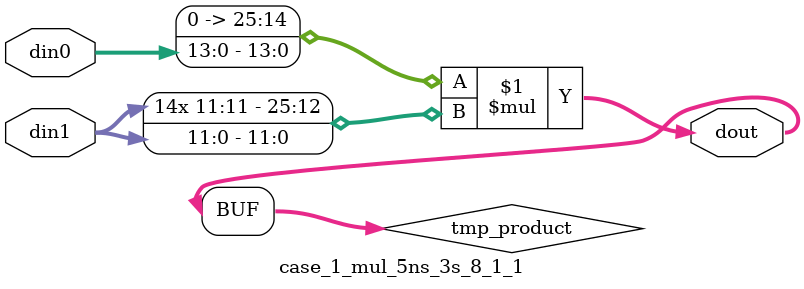
<source format=v>

`timescale 1 ns / 1 ps

 (* use_dsp = "no" *)  module case_1_mul_5ns_3s_8_1_1(din0, din1, dout);
parameter ID = 1;
parameter NUM_STAGE = 0;
parameter din0_WIDTH = 14;
parameter din1_WIDTH = 12;
parameter dout_WIDTH = 26;

input [din0_WIDTH - 1 : 0] din0; 
input [din1_WIDTH - 1 : 0] din1; 
output [dout_WIDTH - 1 : 0] dout;

wire signed [dout_WIDTH - 1 : 0] tmp_product;

























assign tmp_product = $signed({1'b0, din0}) * $signed(din1);










assign dout = tmp_product;





















endmodule

</source>
